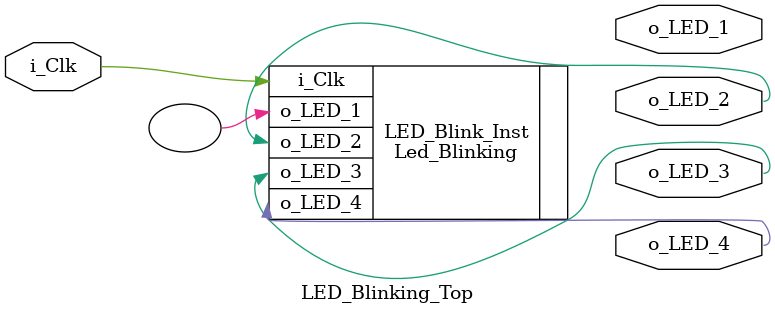
<source format=v>
module LED_Blinking_Top
 (input  i_Clk,
  output o_LED_1,
  output o_LED_2,
  output o_LED_3,
  output o_LED_4);
 
  // Input clock is 25 MHz
  // Generics represent count values to which internals count
  // before toggling their LEDs
  Led_Blinking #(.p_Counter_10Hz(1250000), 
              .p_Counter_5Hz(2500000), 
              .p_Counter_2Hz(6250000),
              .p_Counter_1Hz(12500000)) LED_Blink_Inst
    (.i_Clk(i_Clk),
     .o_LED_1(),    // this is perfectly OK to do
     .o_LED_2(o_LED_2),
     .o_LED_3(o_LED_3),
     .o_LED_4(o_LED_4));
 
endmodule
</source>
